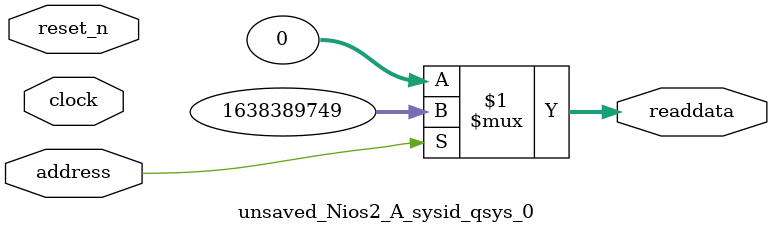
<source format=v>



// synthesis translate_off
`timescale 1ns / 1ps
// synthesis translate_on

// turn off superfluous verilog processor warnings 
// altera message_level Level1 
// altera message_off 10034 10035 10036 10037 10230 10240 10030 

module unsaved_Nios2_A_sysid_qsys_0 (
               // inputs:
                address,
                clock,
                reset_n,

               // outputs:
                readdata
             )
;

  output  [ 31: 0] readdata;
  input            address;
  input            clock;
  input            reset_n;

  wire    [ 31: 0] readdata;
  //control_slave, which is an e_avalon_slave
  assign readdata = address ? 1638389749 : 0;

endmodule



</source>
